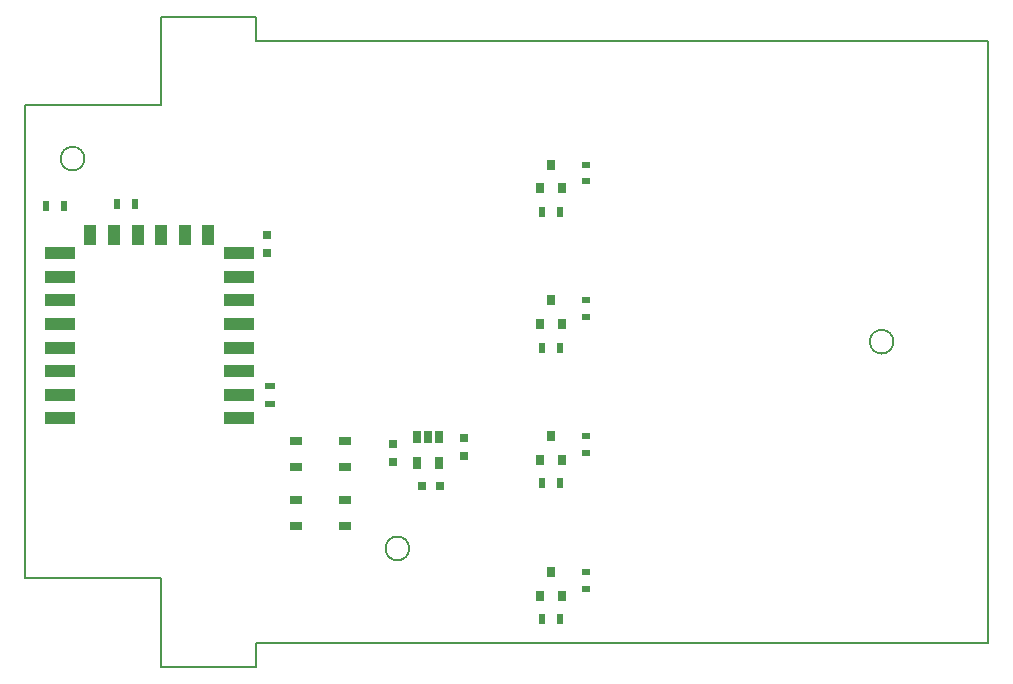
<source format=gtp>
G04 #@! TF.GenerationSoftware,KiCad,Pcbnew,5.0.2-bee76a0~70~ubuntu18.04.1*
G04 #@! TF.CreationDate,2019-12-02T22:21:51+01:00*
G04 #@! TF.ProjectId,meross,6d65726f-7373-42e6-9b69-6361645f7063,rev?*
G04 #@! TF.SameCoordinates,PX6ea0500PY700e860*
G04 #@! TF.FileFunction,Paste,Top*
G04 #@! TF.FilePolarity,Positive*
%FSLAX46Y46*%
G04 Gerber Fmt 4.6, Leading zero omitted, Abs format (unit mm)*
G04 Created by KiCad (PCBNEW 5.0.2-bee76a0~70~ubuntu18.04.1) date Mon 02 Dec 2019 10:21:51 PM CET*
%MOMM*%
%LPD*%
G01*
G04 APERTURE LIST*
%ADD10C,0.200000*%
%ADD11R,0.750000X0.800000*%
%ADD12R,0.800000X0.750000*%
%ADD13R,0.700000X0.600000*%
%ADD14R,0.800000X0.900000*%
%ADD15R,0.900000X0.500000*%
%ADD16R,0.500000X0.900000*%
%ADD17R,1.050000X0.650000*%
%ADD18R,2.500000X1.000000*%
%ADD19R,1.000000X1.800000*%
%ADD20R,0.650000X1.060000*%
G04 APERTURE END LIST*
D10*
X32500000Y10000000D02*
G75*
G03X32500000Y10000000I-1000000J0D01*
G01*
X5000000Y43000000D02*
G75*
G03X5000000Y43000000I-1000000J0D01*
G01*
X73500000Y27500000D02*
G75*
G03X73500000Y27500000I-1000000J0D01*
G01*
X81499999Y53000000D02*
X81500000Y2000000D01*
X81499999Y53000000D02*
X19500000Y53000000D01*
X19500000Y2000000D02*
X81500000Y2000000D01*
X19500000Y0D02*
X19500000Y2000000D01*
X19500000Y53000000D02*
X19500000Y55000000D01*
X19500000Y0D02*
X11500000Y0D01*
X11500000Y55000000D02*
X19500000Y55000000D01*
X11500000Y55000000D02*
X11500000Y47500000D01*
X11500000Y7500000D02*
X11500000Y0D01*
X11500000Y7500000D02*
X0Y7500000D01*
X0Y47500000D02*
X11500000Y47500000D01*
X0Y7500000D02*
X0Y47500000D01*
D11*
G04 #@! TO.C,C2*
X37100000Y17809997D03*
X37100000Y19309997D03*
G04 #@! TD*
G04 #@! TO.C,C4*
X20500000Y36500000D03*
X20500000Y35000000D03*
G04 #@! TD*
G04 #@! TO.C,C5*
X31100000Y17309997D03*
X31100000Y18809997D03*
G04 #@! TD*
D12*
G04 #@! TO.C,C6*
X33600000Y15309997D03*
X35100000Y15309997D03*
G04 #@! TD*
D13*
G04 #@! TO.C,D2*
X47500000Y41100000D03*
X47500000Y42500000D03*
G04 #@! TD*
G04 #@! TO.C,D3*
X47500000Y29600000D03*
X47500000Y31000000D03*
G04 #@! TD*
G04 #@! TO.C,D4*
X47500000Y19500000D03*
X47500000Y18100000D03*
G04 #@! TD*
G04 #@! TO.C,D5*
X47500000Y8000000D03*
X47500000Y6600000D03*
G04 #@! TD*
D14*
G04 #@! TO.C,Q1*
X44500000Y42500000D03*
X45450000Y40500000D03*
X43550000Y40500000D03*
G04 #@! TD*
G04 #@! TO.C,Q2*
X43550000Y29000000D03*
X45450000Y29000000D03*
X44500000Y31000000D03*
G04 #@! TD*
G04 #@! TO.C,Q3*
X43550000Y17500000D03*
X45450000Y17500000D03*
X44500000Y19500000D03*
G04 #@! TD*
G04 #@! TO.C,Q4*
X44500000Y8000000D03*
X45450000Y6000000D03*
X43550000Y6000000D03*
G04 #@! TD*
D15*
G04 #@! TO.C,R2*
X20750000Y22250000D03*
X20750000Y23750000D03*
G04 #@! TD*
D16*
G04 #@! TO.C,R3*
X1750000Y39000000D03*
X3250000Y39000000D03*
G04 #@! TD*
G04 #@! TO.C,R5*
X7750000Y39200000D03*
X9250000Y39200000D03*
G04 #@! TD*
G04 #@! TO.C,R7*
X43750000Y38500000D03*
X45250000Y38500000D03*
G04 #@! TD*
G04 #@! TO.C,R8*
X43750000Y27000000D03*
X45250000Y27000000D03*
G04 #@! TD*
G04 #@! TO.C,R9*
X45250000Y15500000D03*
X43750000Y15500000D03*
G04 #@! TD*
G04 #@! TO.C,R10*
X45250000Y4000000D03*
X43750000Y4000000D03*
G04 #@! TD*
D17*
G04 #@! TO.C,SW1*
X27075000Y11925000D03*
X22925000Y11925000D03*
X27075000Y14075000D03*
X22925000Y14075000D03*
G04 #@! TD*
G04 #@! TO.C,SW2*
X22925000Y19075000D03*
X27075000Y19075000D03*
X22925000Y16925000D03*
X27075000Y16925000D03*
G04 #@! TD*
D18*
G04 #@! TO.C,U1*
X18100000Y21000000D03*
X18100000Y23000000D03*
X18100000Y25000000D03*
X18100000Y27000000D03*
X18100000Y29000000D03*
X18100000Y31000000D03*
X18100000Y33000000D03*
X18100000Y35000000D03*
D19*
X15500000Y36500000D03*
X13500000Y36500000D03*
X11500000Y36500000D03*
X9500000Y36500000D03*
X7500000Y36500000D03*
X5500000Y36500000D03*
D18*
X2900000Y35000000D03*
X2900000Y33000000D03*
X2900000Y31000000D03*
X2900000Y29000000D03*
X2900000Y27000000D03*
X2900000Y25000000D03*
X2900000Y23000000D03*
X2900000Y21000000D03*
G04 #@! TD*
D20*
G04 #@! TO.C,U2*
X35049999Y19409997D03*
X34099999Y19409997D03*
X33149999Y19409997D03*
X33149999Y17209997D03*
X35049999Y17209997D03*
G04 #@! TD*
M02*

</source>
